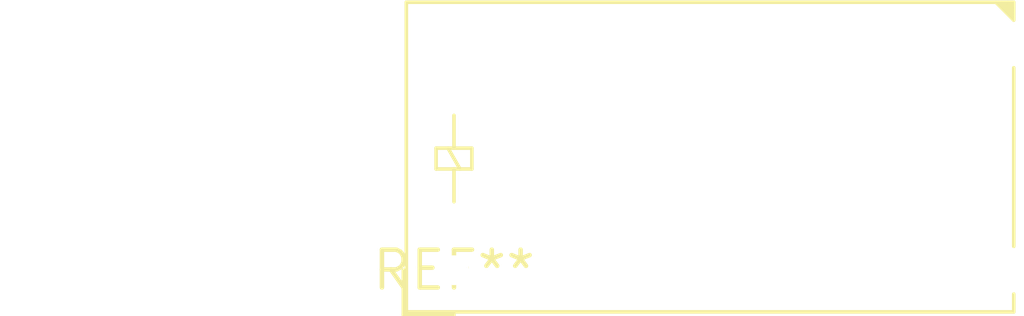
<source format=kicad_pcb>
(kicad_pcb (version 20240108) (generator pcbnew)
  (layers (0 "F.Cu" signal) (31 "B.Cu" signal) (34 "B.Paste" user) (35 "F.Paste" user) (36 "B.SilkS" user "B.Silkscreen") (37 "F.SilkS" user "F.Silkscreen") (38 "B.Mask" user) (39 "F.Mask" user) (44 "Edge.Cuts" user))
  (net 0 "")
  (footprint "Relay_SPDT_Finder_32.21-x000" (layer "F.Cu") (at 0 0)
    (property "Reference" "REF**")
    (property "Value" "Relay_SPDT_Finder_32.21-x000")
    (fp_line (start -1.7 1.5) (end -1.7 0) (layer "F.SilkS") (stroke (width 0.12)))
    (fp_line (start -1.6 -9) (end 18.8 -9) (layer "F.SilkS") (stroke (width 0.12)))
    (fp_line (start -1.6 1.4) (end -1.6 -9) (layer "F.SilkS") (stroke (width 0.12)))
    (fp_line (start -0.6 -4.1) (end -0.6 -3.4) (layer "F.SilkS") (stroke (width 0.12)))
    (fp_line (start -0.6 -3.4) (end 0.6 -3.4) (layer "F.SilkS") (stroke (width 0.12)))
    (fp_line (start 0 -4.1) (end 0 -5.2) (layer "F.SilkS") (stroke (width 0.12)))
    (fp_line (start 0 -3.4) (end 0 -2.3) (layer "F.SilkS") (stroke (width 0.12)))
    (fp_line (start 0 1.5) (end -1.7 1.5) (layer "F.SilkS") (stroke (width 0.12)))
    (fp_line (start 0.2 -3.4) (end -0.2 -4.1) (layer "F.SilkS") (stroke (width 0.12)))
    (fp_line (start 0.6 -4.1) (end -0.6 -4.1) (layer "F.SilkS") (stroke (width 0.12)))
    (fp_line (start 0.6 -3.4) (end 0.6 -4.1) (layer "F.SilkS") (stroke (width 0.12)))
    (fp_line (start 18.2 -9) (end 18.8 -8.4) (layer "F.SilkS") (stroke (width 0.12)))
    (fp_line (start 18.6 -9) (end 18.8 -8.8) (layer "F.SilkS") (stroke (width 0.12)))
    (fp_line (start 18.8 -9) (end 18.8 -8.4) (layer "F.SilkS") (stroke (width 0.12)))
    (fp_line (start 18.8 -8.7) (end 18.4 -9) (layer "F.SilkS") (stroke (width 0.12)))
    (fp_line (start 18.8 -8.6) (end 18.4 -9) (layer "F.SilkS") (stroke (width 0.12)))
    (fp_line (start 18.8 -8.5) (end 18.3 -9) (layer "F.SilkS") (stroke (width 0.12)))
    (fp_line (start 18.8 -6.8) (end 18.8 -0.8) (layer "F.SilkS") (stroke (width 0.12)))
    (fp_line (start 18.8 0.8) (end 18.8 1.4) (layer "F.SilkS") (stroke (width 0.12)))
    (fp_line (start 18.8 1.4) (end -1.6 1.4) (layer "F.SilkS") (stroke (width 0.12)))
    (pad "11" thru_hole circle (at 10.16 0 90) (size 2.2 2.2) (drill 1.2) (layers *.Cu *.Mask) (remove_unused_layers))
    (pad "12" thru_hole circle (at 17.78 -7.62 90) (size 2.2 2.2) (drill 1.2) (layers *.Cu *.Mask) (remove_unused_layers))
    (pad "14" thru_hole circle (at 17.78 0 90) (size 2.2 2.2) (drill 1.2) (layers *.Cu *.Mask) (remove_unused_layers))
    (pad "A1" thru_hole rect (at 0 0 90) (size 1.8 1.8) (drill 1) (layers *.Cu *.Mask) (remove_unused_layers))
    (pad "A2" thru_hole circle (at 0 -7.62 90) (size 1.8 1.8) (drill 1) (layers *.Cu *.Mask) (remove_unused_layers))
  )
)
</source>
